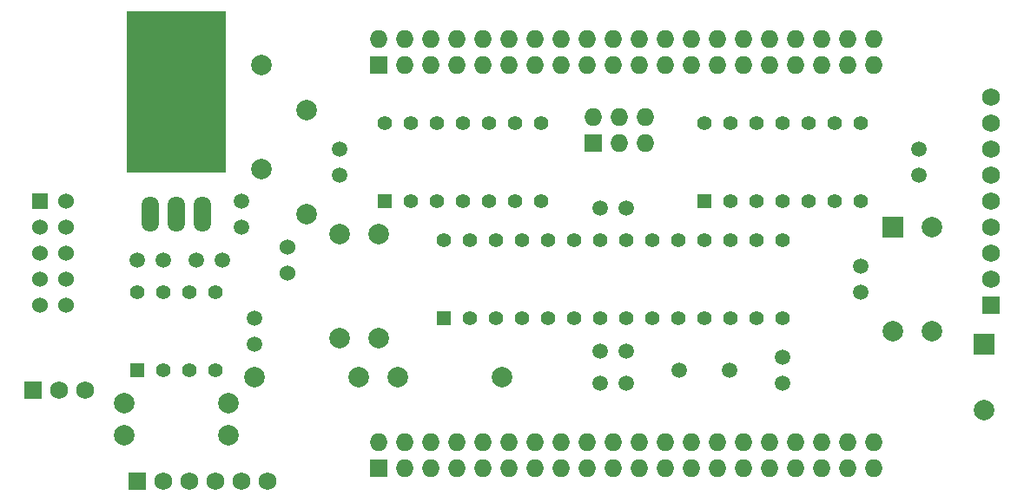
<source format=gts>
%FSLAX36Y36*%
G04 Gerber Fmt 3.6, Leading zero omitted, Abs format (unit inch)*
G04 Created by KiCad (PCBNEW (2014-jul-16 BZR unknown)-product) date Mon 02 Feb 2015 04:42:00 PM PST*
%MOIN*%
G01*
G04 APERTURE LIST*
%ADD10C,0.003937*%
%ADD11C,0.059100*%
%ADD12C,0.078700*%
%ADD13R,0.078700X0.078700*%
%ADD14R,0.068000X0.068000*%
%ADD15C,0.068000*%
%ADD16R,0.060000X0.060000*%
%ADD17C,0.060000*%
%ADD18O,0.068000X0.068000*%
%ADD19R,0.055000X0.055000*%
%ADD20C,0.055000*%
%ADD21O,0.066900X0.137800*%
%ADD22R,0.380000X0.620000*%
G04 APERTURE END LIST*
D10*
D11*
X6350000Y-5425000D03*
X6250000Y-5425000D03*
X4475000Y-4950000D03*
X4575000Y-4950000D03*
X6950000Y-5425000D03*
X6950000Y-5325000D03*
X4875000Y-4825000D03*
X4875000Y-4725000D03*
X4800000Y-4950000D03*
X4700000Y-4950000D03*
X6250000Y-5300000D03*
X6350000Y-5300000D03*
X6350000Y-4750000D03*
X6250000Y-4750000D03*
X4925000Y-5175000D03*
X4925000Y-5275000D03*
X5250000Y-4625000D03*
X5250000Y-4525000D03*
X7250000Y-4975000D03*
X7250000Y-5075000D03*
X7475000Y-4525000D03*
X7475000Y-4625000D03*
D12*
X7375000Y-5225000D03*
D13*
X7375000Y-4825000D03*
D14*
X4075000Y-5450000D03*
D15*
X4175000Y-5450000D03*
X4275000Y-5450000D03*
D16*
X4100000Y-4725000D03*
D17*
X4200000Y-4725000D03*
X4100000Y-4825000D03*
X4200000Y-4825000D03*
X4100000Y-4925000D03*
X4200000Y-4925000D03*
X4100000Y-5025000D03*
X4200000Y-5025000D03*
X4100000Y-5125000D03*
X4200000Y-5125000D03*
D14*
X4475000Y-5800000D03*
D15*
X4575000Y-5800000D03*
X4675000Y-5800000D03*
X4775000Y-5800000D03*
X4875000Y-5800000D03*
X4975000Y-5800000D03*
D14*
X5400000Y-4200000D03*
D18*
X5400000Y-4100000D03*
X5500000Y-4200000D03*
X5500000Y-4100000D03*
X5600000Y-4200000D03*
X5600000Y-4100000D03*
X5700000Y-4200000D03*
X5700000Y-4100000D03*
X5800000Y-4200000D03*
X5800000Y-4100000D03*
X5900000Y-4200000D03*
X5900000Y-4100000D03*
X6000000Y-4200000D03*
X6000000Y-4100000D03*
X6100000Y-4200000D03*
X6100000Y-4100000D03*
X6200000Y-4200000D03*
X6200000Y-4100000D03*
X6300000Y-4200000D03*
X6300000Y-4100000D03*
X6400000Y-4200000D03*
X6400000Y-4100000D03*
X6500000Y-4200000D03*
X6500000Y-4100000D03*
X6600000Y-4200000D03*
X6600000Y-4100000D03*
X6700000Y-4200000D03*
X6700000Y-4100000D03*
X6800000Y-4200000D03*
X6800000Y-4100000D03*
X6900000Y-4200000D03*
X6900000Y-4100000D03*
X7000000Y-4200000D03*
X7000000Y-4100000D03*
X7100000Y-4200000D03*
X7100000Y-4100000D03*
X7200000Y-4200000D03*
X7200000Y-4100000D03*
X7300000Y-4200000D03*
X7300000Y-4100000D03*
D14*
X5400000Y-5750000D03*
D18*
X5400000Y-5650000D03*
X5500000Y-5750000D03*
X5500000Y-5650000D03*
X5600000Y-5750000D03*
X5600000Y-5650000D03*
X5700000Y-5750000D03*
X5700000Y-5650000D03*
X5800000Y-5750000D03*
X5800000Y-5650000D03*
X5900000Y-5750000D03*
X5900000Y-5650000D03*
X6000000Y-5750000D03*
X6000000Y-5650000D03*
X6100000Y-5750000D03*
X6100000Y-5650000D03*
X6200000Y-5750000D03*
X6200000Y-5650000D03*
X6300000Y-5750000D03*
X6300000Y-5650000D03*
X6400000Y-5750000D03*
X6400000Y-5650000D03*
X6500000Y-5750000D03*
X6500000Y-5650000D03*
X6600000Y-5750000D03*
X6600000Y-5650000D03*
X6700000Y-5750000D03*
X6700000Y-5650000D03*
X6800000Y-5750000D03*
X6800000Y-5650000D03*
X6900000Y-5750000D03*
X6900000Y-5650000D03*
X7000000Y-5750000D03*
X7000000Y-5650000D03*
X7100000Y-5750000D03*
X7100000Y-5650000D03*
X7200000Y-5750000D03*
X7200000Y-5650000D03*
X7300000Y-5750000D03*
X7300000Y-5650000D03*
D12*
X4950000Y-4200000D03*
X4950000Y-4600000D03*
X5475000Y-5400000D03*
X5875000Y-5400000D03*
X4925000Y-5400000D03*
X5325000Y-5400000D03*
X5250000Y-4850000D03*
X5250000Y-5250000D03*
X5400000Y-4850000D03*
X5400000Y-5250000D03*
X4825000Y-5500000D03*
X4425000Y-5500000D03*
X7525000Y-5225000D03*
X7525000Y-4825000D03*
D13*
X7725000Y-5272000D03*
D12*
X7725000Y-5528000D03*
D19*
X5425000Y-4725000D03*
D20*
X5525000Y-4725000D03*
X5625000Y-4725000D03*
X5725000Y-4725000D03*
X5825000Y-4725000D03*
X5925000Y-4725000D03*
X6025000Y-4725000D03*
X6025000Y-4425000D03*
X5925000Y-4425000D03*
X5825000Y-4425000D03*
X5725000Y-4425000D03*
X5625000Y-4425000D03*
X5525000Y-4425000D03*
X5425000Y-4425000D03*
D21*
X4625000Y-4775000D03*
X4525000Y-4775000D03*
X4725000Y-4775000D03*
D22*
X4625000Y-4305000D03*
D19*
X4475000Y-5375000D03*
D20*
X4575000Y-5375000D03*
X4675000Y-5375000D03*
X4775000Y-5375000D03*
X4775000Y-5075000D03*
X4675000Y-5075000D03*
X4575000Y-5075000D03*
X4475000Y-5075000D03*
X5750000Y-5175000D03*
X5850000Y-5175000D03*
X5950000Y-5175000D03*
X6050000Y-5175000D03*
X6150000Y-5175000D03*
X6250000Y-5175000D03*
X6350000Y-5175000D03*
X6450000Y-5175000D03*
X6550000Y-5175000D03*
X6650000Y-5175000D03*
X6750000Y-5175000D03*
X6850000Y-5175000D03*
X6950000Y-5175000D03*
D19*
X5650000Y-5175000D03*
D20*
X6950000Y-4875000D03*
X6850000Y-4875000D03*
X6750000Y-4875000D03*
X6650000Y-4875000D03*
X6550000Y-4875000D03*
X6450000Y-4875000D03*
X6350000Y-4875000D03*
X6250000Y-4875000D03*
X6150000Y-4875000D03*
X6050000Y-4875000D03*
X5950000Y-4875000D03*
X5850000Y-4875000D03*
X5750000Y-4875000D03*
X5650000Y-4875000D03*
D19*
X6650000Y-4725000D03*
D20*
X6750000Y-4725000D03*
X6850000Y-4725000D03*
X6950000Y-4725000D03*
X7050000Y-4725000D03*
X7150000Y-4725000D03*
X7250000Y-4725000D03*
X7250000Y-4425000D03*
X7150000Y-4425000D03*
X7050000Y-4425000D03*
X6950000Y-4425000D03*
X6850000Y-4425000D03*
X6750000Y-4425000D03*
X6650000Y-4425000D03*
D11*
X6553900Y-5375000D03*
X6746100Y-5375000D03*
D12*
X4825000Y-5625000D03*
X4425000Y-5625000D03*
X5125000Y-4375000D03*
X5125000Y-4775000D03*
D17*
X5050000Y-4900000D03*
X5050000Y-5000000D03*
D14*
X7750000Y-5125000D03*
D15*
X7750000Y-5025000D03*
X7750000Y-4925000D03*
X7750000Y-4825000D03*
X7750000Y-4725000D03*
X7750000Y-4625000D03*
X7750000Y-4525000D03*
X7750000Y-4425000D03*
X7750000Y-4325000D03*
D14*
X6225000Y-4500000D03*
D18*
X6225000Y-4400000D03*
X6325000Y-4500000D03*
X6325000Y-4400000D03*
X6425000Y-4500000D03*
X6425000Y-4400000D03*
M02*

</source>
